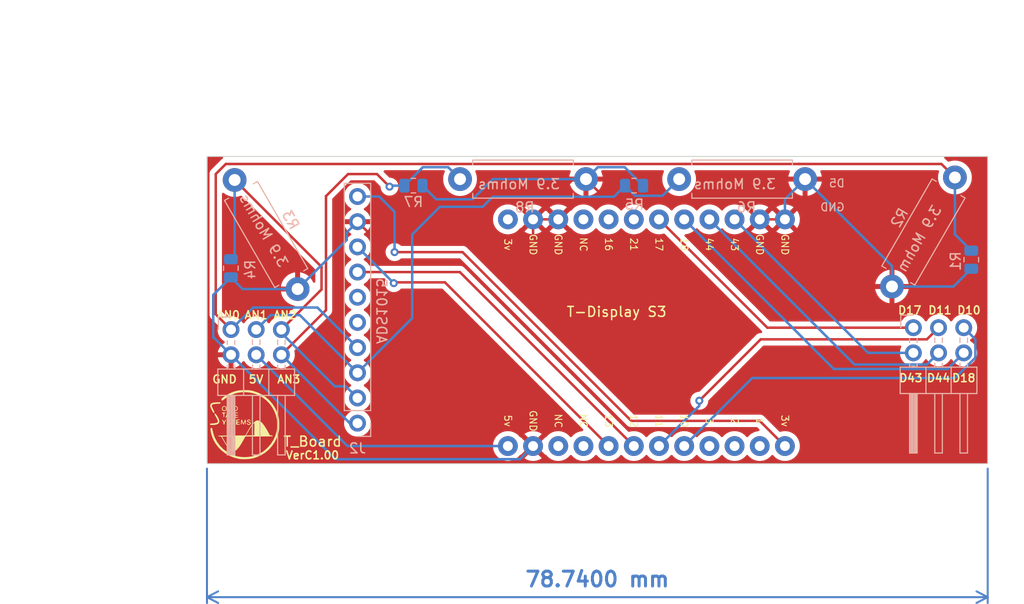
<source format=kicad_pcb>
(kicad_pcb (version 20221018) (generator pcbnew)
  (title_block (title "Voltage_Sensor_Timer") (date "2023-03-07") (rev "0"))
  (layers (0 "F.Cu" signal) (31 "B.Cu" signal) (34 "B.Paste" user) (35 "F.Paste" user) (36 "B.SilkS" user "B.Silkscreen") (37 "F.SilkS" user "F.Silkscreen") (38 "B.Mask" user) (39 "F.Mask" user) (44 "Edge.Cuts" user))
  (net 0 "")
  (net 1 "GND")
  (net 2 "5V")
  (net 3 "AN3")
  (net 4 "AN2")
  (net 5 "AN1")
  (net 6 "AN0")
  (net 7 "SDA")
  (net 8 "SCL")
  (net 9 "D10")
  (net 10 "D11")
  (net 14 "D17")
  (net 23 "D43")
  (net 24 "D44")
  (net 25 "D18")
  (net 26 "3V")
  (footprint "LOGO" (layer "F.Cu") (at 116.967 105.791)
    (fp_text reference "G***" hide)
    (fp_text value "LOGO" hide)
  )
  (footprint "Voltage_Sensor_Timer:T-Display-S3" (layer "F.Cu") (at 138.43 107.95 -90)
    (fp_text reference "U1" hide)
    (fp_text value "T-Display-S3" hide)
    (fp_text user "NC" (at -2.54 -10.16 -90 unlocked) (layer "F.SilkS") (effects (font (size 0.7 0.7) (thickness 0.1))))
    (fp_text user "GND" (at -2.54 -7.62 -90 unlocked) (layer "F.SilkS") (effects (font (size 0.7 0.7) (thickness 0.1))))
    (fp_text user "18" (at -20.334382 -22.86 -90 unlocked) (layer "F.SilkS") (effects (font (size 0.7 0.7) (thickness 0.1))))
    (fp_text user "21" (at -20.334382 -17.78 -90 unlocked) (layer "F.SilkS") (effects (font (size 0.7 0.7) (thickness 0.1))))
    (fp_text user "GND" (at -20.32 -30.48 -90 unlocked) (layer "F.SilkS") (effects (font (size 0.7 0.7) (thickness 0.1))))
    (fp_text user "17" (at -20.334382 -20.32 -90 unlocked) (layer "F.SilkS") (effects (font (size 0.7 0.7) (thickness 0.1))))
    (fp_text user "11" (at -2.54 -20.32 -90 unlocked) (layer "F.SilkS") (effects (font (size 0.7 0.7) (thickness 0.1))))
    (fp_text user "13" (at -2.54 -15.24 -90 unlocked) (layer "F.SilkS") (effects (font (size 0.7 0.7) (thickness 0.1))))
    (fp_text user "43" (at -20.334382 -27.94 -90 unlocked) (layer "F.SilkS") (effects (font (size 0.7 0.7) (thickness 0.1))))
    (fp_text user "NC" (at -20.334382 -12.7 -90 unlocked) (layer "F.SilkS") (effects (font (size 0.7 0.7) (thickness 0.1))))
    (fp_text user "12" (at -2.54 -17.78 -90 unlocked) (layer "F.SilkS") (effects (font (size 0.7 0.7) (thickness 0.1))))
    (fp_text user "10" (at -2.54 -22.86 -90 unlocked) (layer "F.SilkS") (effects (font (size 0.7 0.7) (thickness 0.1))))
    (fp_text user "44" (at -20.334382 -25.4 -90 unlocked) (layer "F.SilkS") (effects (font (size 0.7 0.7) (thickness 0.1))))
    (fp_text user "GND" (at -20.32 -10.16 -90 unlocked) (layer "F.SilkS") (effects (font (size 0.7 0.7) (thickness 0.1))))
    (fp_text user "1" (at -2.54 -30.48 -90 unlocked) (layer "F.SilkS") (effects (font (size 0.7 0.7) (thickness 0.1))))
    (fp_text user "NC" (at -2.54 -12.7 -90 unlocked) (layer "F.SilkS") (effects (font (size 0.7 0.7) (thickness 0.1))))
    (fp_text user "16" (at -20.334382 -15.24 -90 unlocked) (layer "F.SilkS") (effects (font (size 0.7 0.7) (thickness 0.1))))
    (fp_text user "3v" (at -2.54 -33.02 -90 unlocked) (layer "F.SilkS") (effects (font (size 0.7 0.7) (thickness 0.1))))
    (fp_text user "3v" (at -20.32 -5.08 -90 unlocked) (layer "F.SilkS") (effects (font (size 0.7 0.7) (thickness 0.1))))
    (fp_text user "5v" (at -2.54 -5.08 -90 unlocked) (layer "F.SilkS") (effects (font (size 0.7 0.7) (thickness 0.1))))
    (fp_text user "GND" (at -20.32 -7.62 -90 unlocked) (layer "F.SilkS") (effects (font (size 0.7 0.7) (thickness 0.1))))
    (fp_text user "3" (at -2.54 -25.4 -90 unlocked) (layer "F.SilkS") (effects (font (size 0.7 0.7) (thickness 0.1))))
    (fp_text user "GND" (at -20.32 -33.02 -90 unlocked) (layer "F.SilkS") (effects (font (size 0.7 0.7) (thickness 0.1))))
    (fp_text user "2" (at -2.54 -27.94 -90 unlocked) (layer "F.SilkS") (effects (font (size 0.7 0.7) (thickness 0.1))))
    (pad "1" thru_hole circle (at 0 -33.02 270) (size 2 2) (drill 1) (layers "*.Cu" "*.Mask") (net 26 "3V"))
    (pad "2" thru_hole circle (at 0 -30.48 270) (size 2 2) (drill 1) (layers "*.Cu" "*.Mask"))
    (pad "3" thru_hole circle (at 0 -27.94 270) (size 2 2) (drill 1) (layers "*.Cu" "*.Mask"))
    (pad "4" thru_hole circle (at 0 -25.4 270) (size 2 2) (drill 1) (layers "*.Cu" "*.Mask"))
    (pad "5" thru_hole circle (at 0 -22.86 270) (size 2 2) (drill 1) (layers "*.Cu" "*.Mask") (net 9 "D10"))
    (pad "6" thru_hole circle (at 0 -20.32 270) (size 2 2) (drill 1) (layers "*.Cu" "*.Mask") (net 10 "D11"))
    (pad "7" thru_hole circle (at 0 -17.78 270) (size 2 2) (drill 1) (layers "*.Cu" "*.Mask") (net 7 "SDA"))
    (pad "8" thru_hole circle (at 0 -15.24 270) (size 2 2) (drill 1) (layers "*.Cu" "*.Mask") (net 8 "SCL"))
    (pad "9" thru_hole circle (at 0 -12.7 270) (size 2 2) (drill 1) (layers "*.Cu" "*.Mask"))
    (pad "10" thru_hole circle (at 0 -10.16 270) (size 2 2) (drill 1) (layers "*.Cu" "*.Mask"))
    (pad "11" thru_hole circle (at 0 -7.62 270) (size 2 2) (drill 1) (layers "*.Cu" "*.Mask") (net 1 "GND"))
    (pad "12" thru_hole circle (at 0 -5.08 270) (size 2 2) (drill 1) (layers "*.Cu" "*.Mask") (net 2 "5V"))
    (pad "13" thru_hole circle (at -22.861864 -33.02 270) (size 2 2) (drill 1) (layers "*.Cu" "*.Mask") (net 1 "GND"))
    (pad "14" thru_hole circle (at -22.861864 -30.48 270) (size 2 2) (drill 1) (layers "*.Cu" "*.Mask") (net 1 "GND"))
    (pad "15" thru_hole circle (at -22.861864 -27.94 270) (size 2 2) (drill 1) (layers "*.Cu" "*.Mask") (net 23 "D43"))
    (pad "16" thru_hole circle (at -22.861864 -25.4 270) (size 2 2) (drill 1) (layers "*.Cu" "*.Mask") (net 24 "D44"))
    (pad "17" thru_hole circle (at -22.861864 -22.86 270) (size 2 2) (drill 1) (layers "*.Cu" "*.Mask") (net 25 "D18"))
    (pad "18" thru_hole circle (at -22.861864 -20.32 270) (size 2 2) (drill 1) (layers "*.Cu" "*.Mask") (net 14 "D17"))
    (pad "19" thru_hole circle (at -22.861864 -17.78 270) (size 2 2) (drill 1) (layers "*.Cu" "*.Mask"))
    (pad "20" thru_hole circle (at -22.861864 -15.24 270) (size 2 2) (drill 1) (layers "*.Cu" "*.Mask"))
    (pad "21" thru_hole circle (at -22.861864 -12.7 270) (size 2 2) (drill 1) (layers "*.Cu" "*.Mask"))
    (pad "22" thru_hole circle (at -22.861864 -10.16 270) (size 2 2) (drill 1) (layers "*.Cu" "*.Mask") (net 1 "GND"))
    (pad "23" thru_hole circle (at -22.861864 -7.62 270) (size 2 2) (drill 1) (layers "*.Cu" "*.Mask") (net 1 "GND"))
    (pad "24" thru_hole circle (at -22.861864 -5.08 270) (size 2 2) (drill 1) (layers "*.Cu" "*.Mask"))
  )
  (footprint "Resistor_THT:R_Axial_DIN0411_L9.9mm_D3.6mm_P12.70mm_Horizontal" (layer "B.Cu") (at 188.595 80.860739 -120)
    (fp_text reference "R2" (at 6.324665 2.800919 60) (layer "B.SilkS") (effects (justify mirror)))
    (fp_text value "R" hide)
    (pad "1" thru_hole circle (at 0 0 240) (size 2.4 2.4) (drill 1.2) (layers "*.Cu" "*.Mask") (net 6 "AN0"))
    (pad "2" thru_hole oval (at 12.7 0 240) (size 2.4 2.4) (drill 1.2) (layers "*.Cu" "*.Mask") (net 1 "GND"))
  )
  (footprint "Voltage_Sensor_Timer:PinSocket_1x10_P2.54mm_Vertical_1" (layer "B.Cu") (at 128.342521 105.641979)
    (fp_text reference "J2" (at 0 2.54 180) (layer "B.SilkS") (effects (justify mirror)))
    (fp_text value "ADS1015" hide)
    (pad "1" thru_hole circle (at 0 0) (size 1.7 1.7) (drill 1) (layers "*.Cu" "*.Mask") (net 3 "AN3"))
    (pad "2" thru_hole oval (at 0 -2.54) (size 1.7 1.7) (drill 1) (layers "*.Cu" "*.Mask") (net 4 "AN2"))
    (pad "3" thru_hole circle (at 0 -5.08) (size 1.7 1.7) (drill 1) (layers "*.Cu" "*.Mask") (net 5 "AN1"))
    (pad "4" thru_hole oval (at 0 -7.62) (size 1.7 1.7) (drill 1) (layers "*.Cu" "*.Mask") (net 6 "AN0"))
    (pad "5" thru_hole oval (at 0 -10.16) (size 1.7 1.7) (drill 1) (layers "*.Cu" "*.Mask"))
    (pad "6" thru_hole oval (at 0 -12.7) (size 1.7 1.7) (drill 1) (layers "*.Cu" "*.Mask"))
    (pad "7" thru_hole oval (at 0 -15.24) (size 1.7 1.7) (drill 1) (layers "*.Cu" "*.Mask") (net 7 "SDA"))
    (pad "8" thru_hole oval (at 0 -17.78) (size 1.7 1.7) (drill 1) (layers "*.Cu" "*.Mask") (net 8 "SCL"))
    (pad "9" thru_hole oval (at 0 -20.32) (size 1.7 1.7) (drill 1) (layers "*.Cu" "*.Mask") (net 1 "GND"))
    (pad "10" thru_hole oval (at 0 -22.86) (size 1.7 1.7) (drill 1) (layers "*.Cu" "*.Mask") (net 26 "3V"))
  )
  (footprint "Resistor_SMD:R_0805_2012Metric" (layer "B.Cu") (at 115.57 90.0195 -90)
    (fp_text reference "R4" (at 0.1251 -1.9558 90) (layer "B.SilkS") (effects (justify mirror)))
    (fp_text value "R" hide)
    (pad "1" smd roundrect (at -0.9125 0 270) (size 1.025 1.4) (layers "B.Cu" "B.Paste" "B.Mask") (roundrect_rratio 0.243902439) (net 4 "AN2"))
    (pad "2" smd roundrect (at 0.9125 0 270) (size 1.025 1.4) (layers "B.Cu" "B.Paste" "B.Mask") (roundrect_rratio 0.243902439) (net 1 "GND"))
  )
  (footprint "Connector_PinHeader_2.54mm:PinHeader_2x03_P2.54mm_Horizontal" (layer "B.Cu") (at 115.585 96.204 -90)
    (fp_text reference "J1" hide)
    (fp_text value "90_Deg_Conn" hide)
    (pad "1" thru_hole circle (at 0 0 270) (size 1.7 1.7) (drill 1) (layers "*.Cu" "*.Mask") (net 6 "AN0"))
    (pad "2" thru_hole oval (at 2.54 0 270) (size 1.7 1.7) (drill 1) (layers "*.Cu" "*.Mask") (net 1 "GND"))
    (pad "3" thru_hole oval (at 0 -2.54 270) (size 1.7 1.7) (drill 1) (layers "*.Cu" "*.Mask") (net 5 "AN1"))
    (pad "4" thru_hole oval (at 2.54 -2.54 270) (size 1.7 1.7) (drill 1) (layers "*.Cu" "*.Mask") (net 2 "5V"))
    (pad "5" thru_hole oval (at 0 -5.08 270) (size 1.7 1.7) (drill 1) (layers "*.Cu" "*.Mask") (net 4 "AN2"))
    (pad "6" thru_hole oval (at 2.54 -5.08 270) (size 1.7 1.7) (drill 1) (layers "*.Cu" "*.Mask") (net 3 "AN3"))
  )
  (footprint "Resistor_SMD:R_0805_2012Metric" (layer "B.Cu") (at 133.985 81.6864)
    (fp_text reference "R7" (at 0 1.65) (layer "B.SilkS") (effects (justify mirror)))
    (fp_text value "R")
    (pad "1" smd roundrect (at -0.9125 0) (size 1.025 1.4) (layers "B.Cu" "B.Paste" "B.Mask") (roundrect_rratio 0.243902439) (net 3 "AN3"))
    (pad "2" smd roundrect (at 0.9125 0) (size 1.025 1.4) (layers "B.Cu" "B.Paste" "B.Mask") (roundrect_rratio 0.243902439) (net 1 "GND"))
  )
  (footprint "Connector_PinHeader_2.54mm:PinHeader_2x03_P2.54mm_Horizontal" (layer "B.Cu") (at 184.404 96.012 -90)
    (fp_text reference "J4" hide)
    (fp_text value "90_Deg_Conn" hide)
    (pad "1" thru_hole circle (at 0 0 270) (size 1.7 1.7) (drill 1) (layers "*.Cu" "*.Mask") (net 14 "D17"))
    (pad "2" thru_hole oval (at 2.54 0 270) (size 1.7 1.7) (drill 1) (layers "*.Cu" "*.Mask") (net 23 "D43"))
    (pad "3" thru_hole oval (at 0 -2.54 270) (size 1.7 1.7) (drill 1) (layers "*.Cu" "*.Mask") (net 10 "D11"))
    (pad "4" thru_hole oval (at 2.54 -2.54 270) (size 1.7 1.7) (drill 1) (layers "*.Cu" "*.Mask") (net 24 "D44"))
    (pad "5" thru_hole oval (at 0 -5.08 270) (size 1.7 1.7) (drill 1) (layers "*.Cu" "*.Mask") (net 9 "D10"))
    (pad "6" thru_hole oval (at 2.54 -5.08 270) (size 1.7 1.7) (drill 1) (layers "*.Cu" "*.Mask") (net 25 "D18"))
  )
  (footprint "Resistor_SMD:R_0805_2012Metric" (layer "B.Cu") (at 190.246 89.154 -90)
    (fp_text reference "R1" (at 0.1524 1.5748 90) (layer "B.SilkS") (effects (justify mirror)))
    (fp_text value "R" hide)
    (pad "1" smd roundrect (at -0.9125 0 270) (size 1.025 1.4) (layers "B.Cu" "B.Paste" "B.Mask") (roundrect_rratio 0.243902439) (net 6 "AN0"))
    (pad "2" smd roundrect (at 0.9125 0 270) (size 1.025 1.4) (layers "B.Cu" "B.Paste" "B.Mask") (roundrect_rratio 0.243902439) (net 1 "GND"))
  )
  (footprint "Resistor_THT:R_Axial_DIN0411_L9.9mm_D3.6mm_P12.70mm_Horizontal" (layer "B.Cu") (at 115.951 81.114739 -60)
    (fp_text reference "R3" (at 6.306071 -2.870314 120) (layer "B.SilkS") (effects (justify mirror)))
    (fp_text value "R" hide)
    (pad "1" thru_hole circle (at 0 0 300) (size 2.4 2.4) (drill 1.2) (layers "*.Cu" "*.Mask") (net 4 "AN2"))
    (pad "2" thru_hole oval (at 12.7 0 300) (size 2.4 2.4) (drill 1.2) (layers "*.Cu" "*.Mask") (net 1 "GND"))
  )
  (footprint "Resistor_THT:R_Axial_DIN0411_L9.9mm_D3.6mm_P12.70mm_Horizontal" (layer "B.Cu") (at 160.782 81.026)
    (fp_text reference "R6" (at 6.7818 2.8448) (layer "B.SilkS") (effects (justify mirror)))
    (fp_text value "R")
    (pad "1" thru_hole circle (at 0 0) (size 2.4 2.4) (drill 1.2) (layers "*.Cu" "*.Mask") (net 5 "AN1"))
    (pad "2" thru_hole oval (at 12.7 0) (size 2.4 2.4) (drill 1.2) (layers "*.Cu" "*.Mask") (net 1 "GND"))
  )
  (footprint "Resistor_SMD:R_0805_2012Metric" (layer "B.Cu") (at 156.2354 81.6864)
    (fp_text reference "R5" (at 0.0254 1.905) (layer "B.SilkS") (effects (justify mirror)))
    (fp_text value "R")
    (pad "1" smd roundrect (at -0.9125 0) (size 1.025 1.4) (layers "B.Cu" "B.Paste" "B.Mask") (roundrect_rratio 0.243902439) (net 5 "AN1"))
    (pad "2" smd roundrect (at 0.9125 0) (size 1.025 1.4) (layers "B.Cu" "B.Paste" "B.Mask") (roundrect_rratio 0.243902439) (net 1 "GND"))
  )
  (footprint "Resistor_THT:R_Axial_DIN0411_L9.9mm_D3.6mm_P12.70mm_Horizontal" (layer "B.Cu") (at 138.684 81.026)
    (fp_text reference "R8" (at 6.5278 2.8448) (layer "B.SilkS") (effects (justify mirror)))
    (fp_text value "R")
    (pad "1" thru_hole circle (at 0 0) (size 2.4 2.4) (drill 1.2) (layers "*.Cu" "*.Mask") (net 3 "AN3"))
    (pad "2" thru_hole oval (at 12.7 0) (size 2.4 2.4) (drill 1.2) (layers "*.Cu" "*.Mask") (net 1 "GND"))
  )
  (gr_rect (start 113.159218 78.739553) (end 191.899218 109.728) (stroke (width 0.1)) (fill none) (layer "Edge.Cuts"))
  (gr_text "3.9 Mohms" (at 120.4722 90.1446 300) (layer "B.SilkS") (effects (font (size 1 1)) (justify left bottom mirror)))
  (gr_text "3.9 Mohms" (at 148.844 82.1182) (layer "B.SilkS") (effects (font (size 1 1)) (justify left bottom mirror)))
  (gr_text "D5" (at 177.546 81.915) (layer "B.SilkS") (effects (font (size 0.8 0.8) (thickness 0.125) bold) (justify left bottom mirror)))
  (gr_text "3.9 Mohm" (at 187.4012 84.0232 60) (layer "B.SilkS") (effects (font (size 1 1)) (justify left bottom mirror)))
  (gr_text "GND" (at 177.546 84.328) (layer "B.SilkS") (effects (font (size 0.8 0.8) (thickness 0.125)) (justify left bottom mirror)))
  (gr_text "3.9 Mohms" (at 170.6118 82.1182) (layer "B.SilkS") (effects (font (size 1 1)) (justify left bottom mirror)))
  (gr_text "ADS1015" (at 130.175 97.7392 270) (layer "B.SilkS") (effects (font (size 1 1)) (justify left bottom mirror)))
  (gr_text "AN0" (at 115.316 94.742) (layer "F.SilkS") (effects (font (size 0.8 0.8))))
  (gr_text "T-Display S3" (at 149.352 94.996) (layer "F.SilkS") (effects (font (size 1 1)) (justify left bottom)))
  (gr_text "AN3" (at 121.412 101.219) (layer "F.SilkS") (effects (font (size 0.8 0.8))))
  (gr_text "D18" (at 189.484 101.092) (layer "F.SilkS") (effects (font (size 0.8 0.8))))
  (gr_text "VerC1.00" (at 121.031 109.347) (layer "F.SilkS") (effects (font (size 0.8 0.8)) (justify left bottom)))
  (gr_text "GND" (at 114.935 101.219) (layer "F.SilkS") (effects (font (size 0.8 0.8))))
  (gr_text "D10" (at 190.007 94.256) (layer "F.SilkS") (effects (font (size 0.8 0.8))))
  (gr_text "5V" (at 118.11 101.219) (layer "F.SilkS") (effects (font (size 0.8 0.8))))
  (gr_text "D17" (at 184.038 94.256) (layer "F.SilkS") (effects (font (size 0.8 0.8))))
  (gr_text "T_Board" (at 120.777 108.077) (layer "F.SilkS") (effects (font (size 1 1)) (justify left bottom)))
  (gr_text "D11" (at 187.086 94.256) (layer "F.SilkS") (effects (font (size 0.8 0.8))))
  (gr_text "D43" (at 184.15 101.092) (layer "F.SilkS") (effects (font (size 0.8 0.8))))
  (gr_text "AN2" (at 121.031 94.742) (layer "F.SilkS") (effects (font (size 0.8 0.8))))
  (gr_text "D44" (at 186.944 101.092) (layer "F.SilkS") (effects (font (size 0.8 0.8))))
  (gr_text "AN1" (at 118.11 94.742) (layer "F.SilkS") (effects (font (size 0.8 0.8))))
  (dimension (type aligned) (layer "B.Cu") (pts (xy 191.899218 109.728) (xy 113.159218 109.728)) (height -13.462) (gr_text "78.7400 mm" (at 152.529218 121.39) (layer "B.Cu") (effects (font (size 1.5 1.5) (thickness 0.3)))) (format (prefix "") (suffix "") (units 3) (units_format 1) (precision 4)) (style (thickness 0.2) (arrow_length 1.27) (text_position_mode 0) (extension_height 0.58642) (extension_offset 0.5) keep_text_aligned))
  (segment (start 145.542 87.122) (end 130.142542 87.122) (width 0.25) (layer "F.Cu") (net 1))
  (segment (start 146.05 85.088136) (end 146.05 86.614) (width 0.25) (layer "F.Cu") (net 1))
  (segment (start 151.384 81.026) (end 153.67 83.312) (width 0.25) (layer "F.Cu") (net 1))
  (segment (start 153.67 83.312) (end 167.133864 83.312) (width 0.25) (layer "F.Cu") (net 1))
  (segment (start 146.05 86.614) (end 145.542 87.122) (width 0.25) (layer "F.Cu") (net 1))
  (segment (start 150.112136 81.026) (end 151.384 81.026) (width 0.25) (layer "F.Cu") (net 1))
  (segment (start 167.133864 83.312) (end 168.91 85.088136) (width 0.25) (layer "F.Cu") (net 1))
  (segment (start 130.142542 87.122) (end 128.342521 85.321979) (width 0.25) (layer "F.Cu") (net 1))
  (segment (start 146.05 85.088136) (end 150.112136 81.026) (width 0.25) (layer "F.Cu") (net 1))
  (segment (start 168.91 85.088136) (end 171.45 85.088136) (width 0.25) (layer "F.Cu") (net 1))
  (segment (start 148.59 85.088136) (end 146.05 85.088136) (width 0.25) (layer "F.Cu") (net 1))
  (segment (start 113.792 97.028) (end 113.792 92.71) (width 0.25) (layer "B.Cu") (net 1))
  (segment (start 151.384 81.026) (end 152.584 79.826) (width 0.25) (layer "B.Cu") (net 1))
  (segment (start 126.061 109.22) (end 126.238 109.22) (width 0.25) (layer "B.Cu") (net 1))
  (segment (start 171.45 83.058) (end 173.482 81.026) (width 0.25) (layer "B.Cu") (net 1))
  (segment (start 113.869 97.028) (end 113.792 97.028) (width 0.25) (layer "B.Cu") (net 1))
  (segment (start 126.293 109.275) (end 144.725 109.275) (width 0.25) (layer "B.Cu") (net 1))
  (segment (start 136.2691 83.058) (end 139.954 83.058) (width 0.25) (layer "B.Cu") (net 1))
  (segment (start 155.2875 79.826) (end 157.1479 81.6864) (width 0.25) (layer "B.Cu") (net 1))
  (segment (start 115.585 98.744) (end 126.061 109.22) (width 0.25) (layer "B.Cu") (net 1))
  (segment (start 115.585 98.744) (end 113.869 97.028) (width 0.25) (layer "B.Cu") (net 1))
  (segment (start 190.246 90.0665) (end 188.453238 91.859262) (width 0.25) (layer "B.Cu") (net 1))
  (segment (start 144.725 109.275) (end 146.05 107.95) (width 0.25) (layer "B.Cu") (net 1))
  (segment (start 116.751262 92.113262) (end 122.301 92.113262) (width 0.25) (layer "B.Cu") (net 1))
  (segment (start 128.342521 85.321979) (end 127.254 86.4105) (width 0.25) (layer "B.Cu") (net 1))
  (segment (start 115.57 90.932) (end 116.751262 92.113262) (width 0.25) (layer "B.Cu") (net 1))
  (segment (start 182.245 91.859262) (end 182.245 89.789) (width 0.25) (layer "B.Cu") (net 1))
  (segment (start 134.8975 81.6864) (end 136.2691 83.058) (width 0.25) (layer "B.Cu") (net 1))
  (segment (start 127.254 86.4105) (end 127.254 87.160262) (width 0.25) (layer "B.Cu") (net 1))
  (segment (start 113.792 92.71) (end 115.57 90.932) (width 0.25) (layer "B.Cu") (net 1))
  (segment (start 152.584 79.826) (end 155.2875 79.826) (width 0.25) (layer "B.Cu") (net 1))
  (segment (start 127.254 87.160262) (end 122.301 92.113262) (width 0.25) (layer "B.Cu") (net 1))
  (segment (start 182.245 89.789) (end 173.482 81.026) (width 0.25) (layer "B.Cu") (net 1))
  (segment (start 139.954 83.058) (end 141.986 81.026) (width 0.25) (layer "B.Cu") (net 1))
  (segment (start 141.986 81.026) (end 151.384 81.026) (width 0.25) (layer "B.Cu") (net 1))
  (segment (start 126.238 109.22) (end 126.293 109.275) (width 0.25) (layer "B.Cu") (net 1))
  (segment (start 171.45 85.088136) (end 171.45 83.058) (width 0.25) (layer "B.Cu") (net 1))
  (segment (start 188.453238 91.859262) (end 182.245 91.859262) (width 0.25) (layer "B.Cu") (net 1))
  (segment (start 143.51 107.95) (end 127.331 107.95) (width 0.25) (layer "B.Cu") (net 2))
  (segment (start 127.331 107.95) (end 118.125 98.744) (width 0.25) (layer "B.Cu") (net 2))
  (segment (start 125.164 82.746) (end 125.164 94.245) (width 0.25) (layer "F.Cu") (net 3))
  (segment (start 130.302 80.518) (end 127.392 80.518) (width 0.25) (layer "F.Cu") (net 3))
  (segment (start 127.392 80.518) (end 125.164 82.746) (width 0.25) (layer "F.Cu") (net 3))
  (segment (start 131.572 81.788) (end 130.302 80.518) (width 0.25) (layer "F.Cu") (net 3))
  (segment (start 125.164 94.245) (end 120.665 98.744) (width 0.25) (layer "F.Cu") (net 3))
  (via (at 131.572 81.788) (size 0.8) (drill 0.4) (layers "F.Cu" "B.Cu") (net 3))
  (segment (start 133.0725 81.6864) (end 134.9329 79.826) (width 0.25) (layer "B.Cu") (net 3))
  (segment (start 137.484 79.826) (end 138.684 81.026) (width 0.25) (layer "B.Cu") (net 3))
  (segment (start 131.6736 81.6864) (end 133.0725 81.6864) (width 0.25) (layer "B.Cu") (net 3))
  (segment (start 134.9329 79.826) (end 137.484 79.826) (width 0.25) (layer "B.Cu") (net 3))
  (segment (start 120.665 98.744) (end 127.562979 105.641979) (width 0.25) (layer "B.Cu") (net 3))
  (segment (start 131.572 81.788) (end 131.6736 81.6864) (width 0.25) (layer "B.Cu") (net 3))
  (segment (start 127.562979 105.641979) (end 128.342521 105.641979) (width 0.25) (layer "B.Cu") (net 3))
  (segment (start 124.714 92.155) (end 120.665 96.204) (width 0.25) (layer "F.Cu") (net 4))
  (segment (start 124.714 89.877739) (end 124.714 92.155) (width 0.25) (layer "F.Cu") (net 4))
  (segment (start 115.951 81.114739) (end 124.714 89.877739) (width 0.25) (layer "F.Cu") (net 4))
  (segment (start 126.056979 101.926979) (end 120.665 96.535) (width 0.25) (layer "B.Cu") (net 4))
  (segment (start 127.167521 101.926979) (end 126.056979 101.926979) (width 0.25) (layer "B.Cu") (net 4))
  (segment (start 115.951 88.726) (end 115.57 89.107) (width 0.25) (layer "B.Cu") (net 4))
  (segment (start 115.951 81.114739) (end 115.951 88.726) (width 0.25) (layer "B.Cu") (net 4))
  (segment (start 120.665 96.535) (end 120.665 96.204) (width 0.25) (layer "B.Cu") (net 4))
  (segment (start 128.342521 103.101979) (end 127.167521 101.926979) (width 0.25) (layer "B.Cu") (net 4))
  (segment (start 141.986 82.804) (end 154.2053 82.804) (width 0.25) (layer "B.Cu") (net 5))
  (segment (start 128.342521 100.561979) (end 133.858 95.0465) (width 0.25) (layer "B.Cu") (net 5))
  (segment (start 136.652 83.82) (end 140.97 83.82) (width 0.25) (layer "B.Cu") (net 5))
  (segment (start 119.587 94.742) (end 118.125 96.204) (width 0.25) (layer "B.Cu") (net 5))
  (segment (start 155.3229 81.6864) (end 156.3479 82.7114) (width 0.25) (layer "B.Cu") (net 5))
  (segment (start 122.522542 94.742) (end 119.587 94.742) (width 0.25) (layer "B.Cu") (net 5))
  (segment (start 133.858 86.614) (end 136.652 83.82) (width 0.25) (layer "B.Cu") (net 5))
  (segment (start 140.97 83.82) (end 141.986 82.804) (width 0.25) (layer "B.Cu") (net 5))
  (segment (start 156.3479 82.7114) (end 159.0966 82.7114) (width 0.25) (layer "B.Cu") (net 5))
  (segment (start 133.858 95.0465) (end 133.858 86.614) (width 0.25) (layer "B.Cu") (net 5))
  (segment (start 159.0966 82.7114) (end 160.782 81.026) (width 0.25) (layer "B.Cu") (net 5))
  (segment (start 154.2053 82.804) (end 155.3229 81.6864) (width 0.25) (layer "B.Cu") (net 5))
  (segment (start 128.342521 100.561979) (end 122.522542 94.742) (width 0.25) (layer "B.Cu") (net 5))
  (segment (start 187.235261 79.501) (end 188.595 80.860739) (width 0.25) (layer "F.Cu") (net 6))
  (segment (start 115.063 79.501) (end 161.413676 79.501) (width 0.25) (layer "F.Cu") (net 6))
  (segment (start 114.046 94.665) (end 114.046 80.518) (width 0.25) (layer "F.Cu") (net 6))
  (segment (start 114.046 80.518) (end 115.063 79.501) (width 0.25) (layer "F.Cu") (net 6))
  (segment (start 172.850324 79.501) (end 187.235261 79.501) (width 0.25) (layer "F.Cu") (net 6))
  (segment (start 115.585 96.204) (end 114.046 94.665) (width 0.25) (layer "F.Cu") (net 6))
  (segment (start 161.413676 79.501) (end 161.414676 79.502) (width 0.25) (layer "F.Cu") (net 6))
  (segment (start 161.414676 79.502) (end 172.849324 79.502) (width 0.25) (layer "F.Cu") (net 6))
  (segment (start 172.849324 79.502) (end 172.850324 79.501) (width 0.25) (layer "F.Cu") (net 6))
  (segment (start 188.595 80.860739) (end 188.595 86.5905) (width 0.25) (layer "B.Cu") (net 6))
  (segment (start 117.809 93.98) (end 115.585 96.204) (width 0.25) (layer "B.Cu") (net 6))
  (segment (start 188.595 86.5905) (end 190.246 88.2415) (width 0.25) (layer "B.Cu") (net 6))
  (segment (start 124.300542 93.98) (end 117.809 93.98) (width 0.25) (layer "B.Cu") (net 6))
  (segment (start 128.342521 98.021979) (end 124.300542 93.98) (width 0.25) (layer "B.Cu") (net 6))
  (segment (start 138.661979 90.401979) (end 156.21 107.95) (width 0.25) (layer "F.Cu") (net 7))
  (segment (start 128.342521 90.401979) (end 138.661979 90.401979) (width 0.25) (layer "F.Cu") (net 7))
  (segment (start 132.08 91.44) (end 137.16 91.44) (width 0.25) (layer "F.Cu") (net 8))
  (segment (start 137.16 91.44) (end 153.67 107.95) (width 0.25) (layer "F.Cu") (net 8))
  (segment (start 132.000271 91.519729) (end 132.08 91.44) (width 0.25) (layer "F.Cu") (net 8))
  (via (at 132.000271 91.519729) (size 0.8) (drill 0.4) (layers "F.Cu" "B.Cu") (net 8))
  (segment (start 132.000271 91.519729) (end 128.342521 87.861979) (width 0.25) (layer "B.Cu") (net 8))
  (segment (start 190.659 99.038701) (end 188.605701 101.092) (width 0.25) (layer "B.Cu") (net 9))
  (segment (start 168.148 101.092) (end 161.29 107.95) (width 0.25) (layer "B.Cu") (net 9))
  (segment (start 189.484 96.012) (end 190.659 97.187) (width 0.25) (layer "B.Cu") (net 9))
  (segment (start 190.659 97.187) (end 190.659 99.038701) (width 0.25) (layer "B.Cu") (net 9))
  (segment (start 188.605701 101.092) (end 168.148 101.092) (width 0.25) (layer "B.Cu") (net 9))
  (segment (start 169.005 97.187) (end 162.814 103.378) (width 0.25) (layer "F.Cu") (net 10))
  (segment (start 186.944 96.012) (end 185.769 97.187) (width 0.25) (layer "F.Cu") (net 10))
  (segment (start 185.769 97.187) (end 169.005 97.187) (width 0.25) (layer "F.Cu") (net 10))
  (via (at 162.814 103.378) (size 0.8) (drill 0.4) (layers "F.Cu" "B.Cu") (net 10))
  (segment (start 162.814 103.886) (end 158.75 107.95) (width 0.25) (layer "B.Cu") (net 10))
  (segment (start 162.814 103.378) (end 162.814 103.886) (width 0.25) (layer "B.Cu") (net 10))
  (segment (start 184.404 96.012) (end 169.673864 96.012) (width 0.25) (layer "F.Cu") (net 14))
  (segment (start 169.673864 96.012) (end 158.75 85.088136) (width 0.25) (layer "F.Cu") (net 14))
  (segment (start 184.404 98.552) (end 179.833864 98.552) (width 0.25) (layer "B.Cu") (net 23))
  (segment (start 179.833864 98.552) (end 166.37 85.088136) (width 0.25) (layer "B.Cu") (net 23))
  (segment (start 186.944 98.552) (end 185.769 99.727) (width 0.25) (layer "B.Cu") (net 24))
  (segment (start 185.769 99.727) (end 178.468864 99.727) (width 0.25) (layer "B.Cu") (net 24))
  (segment (start 178.468864 99.727) (end 163.83 85.088136) (width 0.25) (layer "B.Cu") (net 24))
  (segment (start 187.859 100.177) (end 176.377 100.177) (width 0.25) (layer "B.Cu") (net 25))
  (segment (start 176.377 100.177) (end 175.26 99.06) (width 0.25) (layer "B.Cu") (net 25))
  (segment (start 175.26 99.058136) (end 161.29 85.088136) (width 0.25) (layer "B.Cu") (net 25))
  (segment (start 175.26 99.06) (end 175.26 99.058136) (width 0.25) (layer "B.Cu") (net 25))
  (segment (start 189.484 98.552) (end 187.859 100.177) (width 0.25) (layer "B.Cu") (net 25))
  (segment (start 138.938 88.392) (end 155.956 105.41) (width 0.25) (layer "F.Cu") (net 26))
  (segment (start 168.91 105.41) (end 171.45 107.95) (width 0.25) (layer "F.Cu") (net 26))
  (segment (start 132.08 88.392) (end 138.938 88.392) (width 0.25) (layer "F.Cu") (net 26))
  (segment (start 155.956 105.41) (end 168.91 105.41) (width 0.25) (layer "F.Cu") (net 26))
  (via (at 132.08 88.392) (size 0.8) (drill 0.4) (layers "F.Cu" "B.Cu") (net 26))
  (segment (start 132.08 84.328) (end 130.533979 82.781979) (width 0.25) (layer "B.Cu") (net 26))
  (segment (start 130.533979 82.781979) (end 128.342521 82.781979) (width 0.25) (layer "B.Cu") (net 26))
  (segment (start 132.08 88.392) (end 132.08 84.328) (width 0.25) (layer "B.Cu") (net 26))
  (zone (net 1) (net_name "GND") (layer "F.Cu") (connect_pads (clearance 0.5)) (min_thickness 0.25) (fill yes (thermal_gap 0.5) (thermal_bridge_width 0.5))
    (polygon (pts (xy 195.072 75.946) (xy 195.58 114.3) (xy 109.728 114.808) (xy 109.982 75.438)))
  )
)
</source>
